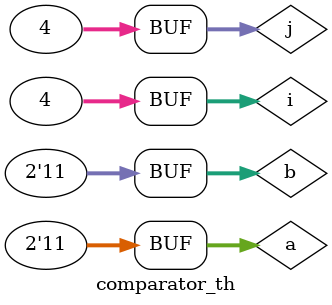
<source format=v>
`timescale 1ns / 1ps


module comparator_th(

    );
    reg [1:0] a,b;
    wire lt,gt,eq;
    rom_comparator DUT (.a(a), .b(b),.lt(lt),.gt(gt),.eq(eq));
    
    integer i,j;
    initial begin
        for(i=0;i<4;i=i+1)  begin
            for (j=0;j<4;j=j+1) begin
                #5;
                a=i;
                b=j;
            end
            
        end
    end    
    
endmodule

</source>
